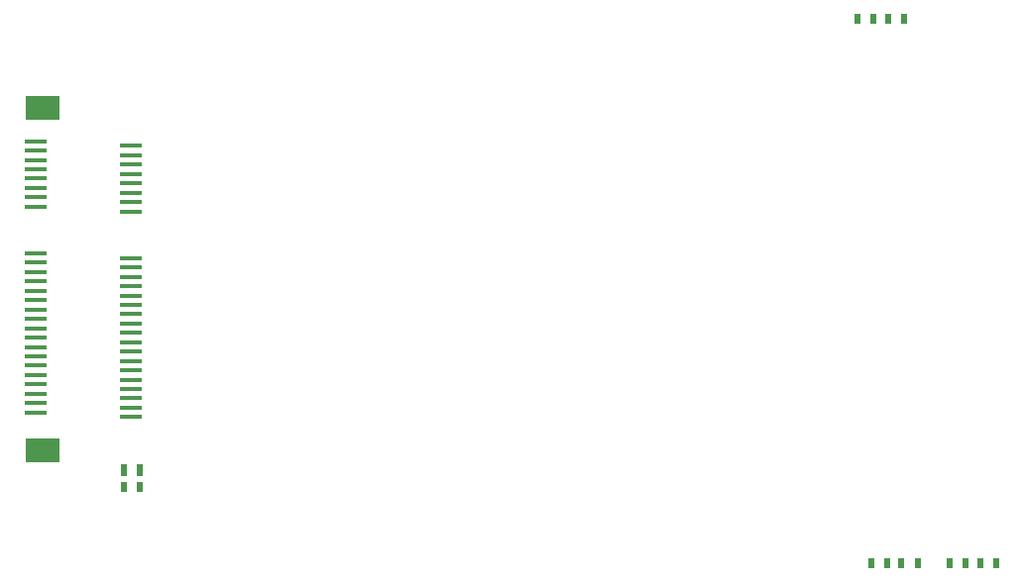
<source format=gbr>
%TF.GenerationSoftware,KiCad,Pcbnew,(5.99.0-10624-g2131a44889)*%
%TF.CreationDate,2021-05-25T20:44:56+02:00*%
%TF.ProjectId,cubieboard-lora-gateway-lrwan-gs_hf1,63756269-6562-46f6-9172-642d6c6f7261,V1.0*%
%TF.SameCoordinates,Original*%
%TF.FileFunction,Paste,Top*%
%TF.FilePolarity,Positive*%
%FSLAX46Y46*%
G04 Gerber Fmt 4.6, Leading zero omitted, Abs format (unit mm)*
G04 Created by KiCad (PCBNEW (5.99.0-10624-g2131a44889)) date 2021-05-25 20:44:56*
%MOMM*%
%LPD*%
G01*
G04 APERTURE LIST*
%ADD10R,0.480000X0.880000*%
%ADD11R,0.500000X0.900000*%
%ADD12R,0.600000X1.000000*%
%ADD13R,3.000000X2.100000*%
%ADD14R,1.860000X0.390000*%
G04 APERTURE END LIST*
D10*
%TO.C,R1*%
X178970000Y-77240000D03*
X180370000Y-77240000D03*
%TD*%
D11*
%TO.C,D2*%
X189480000Y-123750000D03*
X190880000Y-123750000D03*
%TD*%
D10*
%TO.C,C2*%
X116340000Y-117300000D03*
X117740000Y-117300000D03*
%TD*%
D11*
%TO.C,D1*%
X181590000Y-77240000D03*
X182990000Y-77240000D03*
%TD*%
D10*
%TO.C,R3*%
X180150000Y-123750000D03*
X181550000Y-123750000D03*
%TD*%
%TO.C,R2*%
X186850000Y-123750000D03*
X188250000Y-123750000D03*
%TD*%
D11*
%TO.C,D3*%
X182760000Y-123750000D03*
X184160000Y-123750000D03*
%TD*%
D12*
%TO.C,C1*%
X116340000Y-115830000D03*
X117740000Y-115830000D03*
%TD*%
D13*
%TO.C,Con3*%
X109382500Y-84830000D03*
X109382500Y-114130000D03*
D14*
X108782500Y-87680000D03*
X116982500Y-88080000D03*
X108782500Y-88480000D03*
X116982500Y-88880000D03*
X108782500Y-89280000D03*
X116982500Y-89680000D03*
X108782500Y-90080000D03*
X116982500Y-90480000D03*
X108782500Y-90880000D03*
X116982500Y-91280000D03*
X108782500Y-91680000D03*
X116982500Y-92080000D03*
X108782500Y-92480000D03*
X116982500Y-92880000D03*
X108782500Y-93280000D03*
X116982500Y-93680000D03*
X108782500Y-97280000D03*
X116982500Y-97680000D03*
X108782500Y-98080000D03*
X116982500Y-98480000D03*
X108782500Y-98880000D03*
X116982500Y-99280000D03*
X108782500Y-99680000D03*
X116982500Y-100080000D03*
X108782500Y-100480000D03*
X116982500Y-100880000D03*
X108782500Y-101280000D03*
X116982500Y-101680000D03*
X108782500Y-102080000D03*
X116982500Y-102480000D03*
X108782500Y-102880000D03*
X116982500Y-103280000D03*
X108782500Y-103680000D03*
X116982500Y-104080000D03*
X108782500Y-104480000D03*
X116982500Y-104880000D03*
X108782500Y-105280000D03*
X116982500Y-105680000D03*
X108782500Y-106080000D03*
X116982500Y-106480000D03*
X108782500Y-106880000D03*
X116982500Y-107280000D03*
X108782500Y-107680000D03*
X116982500Y-108080000D03*
X108782500Y-108480000D03*
X116982500Y-108880000D03*
X108782500Y-109280000D03*
X116982500Y-109680000D03*
X108782500Y-110080000D03*
X116982500Y-110480000D03*
X108782500Y-110880000D03*
X116982500Y-111280000D03*
%TD*%
M02*

</source>
